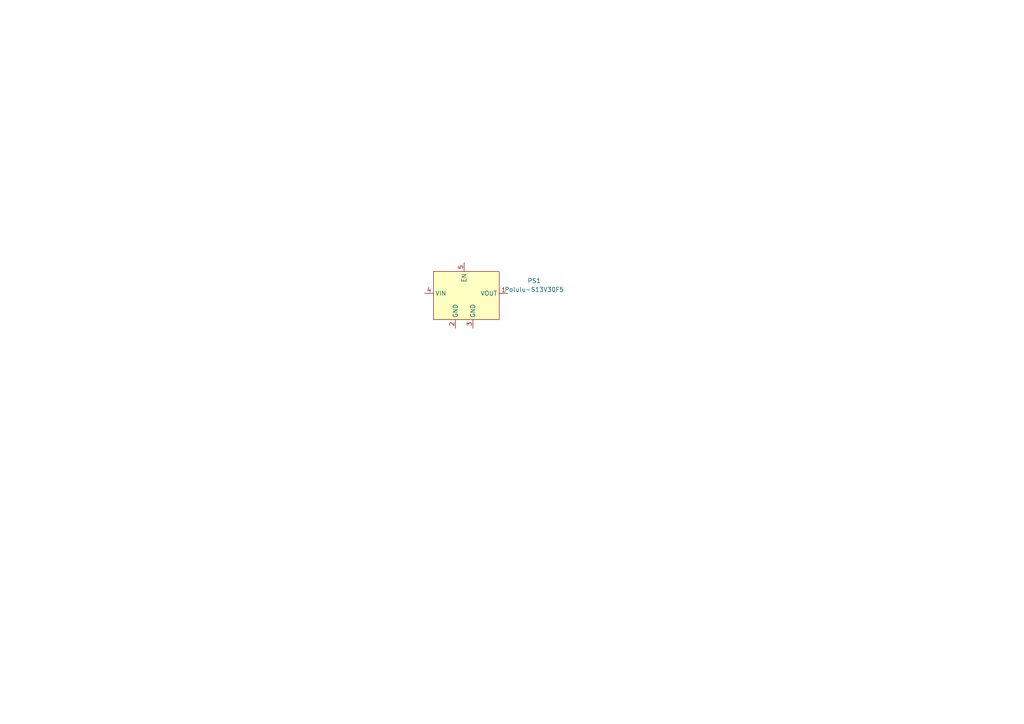
<source format=kicad_sch>
(kicad_sch (version 20230121) (generator eeschema)
  (paper "A4")
  (lib_symbols
    (symbol "twyleg-voltage-regulators:Polulu-S13V30F5"
      (property "Reference" "PS" (at 0 8.89 0))
      (property "Value" "Polulu-S13V30F5" (at 0 11.43 0))
      (symbol "Polulu-S13V30F5_0_1"
        (rectangle (start -8.89 -6.35) (end 10.16 -20.32) (fill (type background)))
      )
      (symbol "Polulu-S13V30F5_1_1"
        (pin output line (at 12.7 -12.7 180) (length 2.54) (name "VOUT") (number "1"))
        (pin output line (at -2.54 -22.86 90) (length 2.54) (name "GND") (number "2"))
        (pin output line (at 2.54 -22.86 90) (length 2.54) (name "GND") (number "3"))
        (pin input line (at -11.43 -12.7 0) (length 2.54) (name "VIN") (number "4"))
        (pin input line (at 0 -3.81 270) (length 2.54) (name "EN") (number "5"))
      )
    )
  )
  (symbol (lib_id "twyleg-voltage-regulators:Polulu-S13V30F5") (at 134.62 72.39 0) (unit 1)
    (property "Reference" "PS1" (at 154.94 81.4421 0))
    (property "Value" "Polulu-S13V30F5" (at 154.94 83.9821 0))
    (property "Footprint" "twyleg-voltage-regulators:Polulu-S13V30F5" (effects hide))
  )
)
</source>
